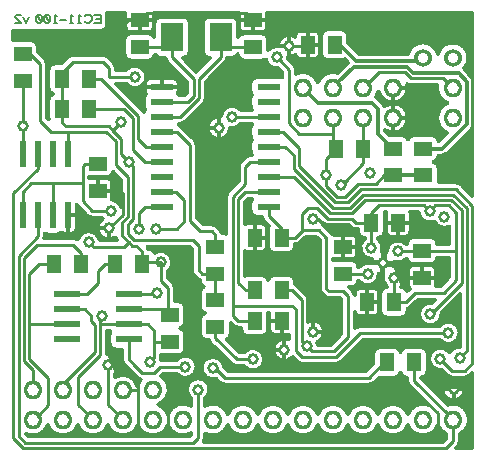
<source format=gbr>
G04 GENERATED BY PULSONIX 7.6 GERBER.DLL 5220*
%INSTM100_V2*%
%LNBOTTOM*%
%FSLAX35Y35*%
%IPPOS*%
%LPD*%
%OFA0B0*%
%MOMM*%
%ADD10C,0.30480*%
%ADD20C,0.30000*%
%ADD21C,0.26000*%
%ADD25R,1.50000X1.20000*%
%ADD26R,1.20000X1.50000*%
%ADD79R,1.98000X0.56000*%
%ADD134R,0.60000X2.20000*%
%ADD149C,1.52400X0.90000*%
%ADD150O,1.60000X1.60000X1.00000*%
%ADD151O,1.60000X1.60000X1.00000*%
%ADD162R,2.20000X0.60000*%
%ADD174C,1.00000X0.50000*%
%ADD254R,1.90000X2.40000*%
%ADD285C,0.15000*%
X0Y0D02*
D02*
D10*
X172720Y3625172D02*
G75*
G02X175240Y3625230I2531J-55182D01*
G01*
X325240*
G75*
G02X380480Y3569990J-55240*
G01*
Y3525647*
X440705Y3465423*
G75*
G02X457880Y3423958I-41465J-41465*
G01*
Y2970530*
X470404Y2958006*
G75*
G02X469250Y2969240I54086J11232*
G01*
Y3119240*
G75*
G02X508919Y3172240I55240*
G01*
G75*
G02X469250Y3225240I15571J53000*
G01*
Y3375240*
G75*
G02X524490Y3430480I55240*
G01*
X582116*
X639058Y3487422*
G75*
G02X680240Y3504480I41182J-41182*
G01*
X929240*
G75*
G02X970422Y3487422J-58240*
G01*
X1021422Y3436422*
G75*
G02X1038480Y3395240I-41182J-41182*
G01*
Y3375230*
X1127507*
G75*
G02X1291186Y3281352I75358J-58240*
G01*
G75*
G02X1330932Y3304984I39746J-21608*
G01*
X1528932*
G75*
G02X1574172Y3259744J-45240*
G01*
Y3203744*
G75*
G02X1564332Y3175575I-45240*
G01*
G75*
G02X1575348Y3163252I-35212J-42563*
G01*
X1623888*
X1642000Y3181364*
Y3276116*
X1475799Y3442317*
G75*
G02X1459119Y3476876I41182J41182*
G01*
X1421981*
G75*
G02X1372411Y3507738J55240*
G01*
G75*
G02X1317240Y3455250I-55171J2752*
G01*
X1167240*
G75*
G02X1112000Y3510490J55240*
G01*
Y3630490*
G75*
G02X1167240Y3685730I55240*
G01*
X1317240*
G75*
G02X1366741Y3655008J-55240*
G01*
Y3772116*
G75*
G02X1421981Y3827356I55240*
G01*
X1611981*
G75*
G02X1667221Y3772116J-55240*
G01*
Y3532116*
G75*
G02X1611981Y3476876I-55240*
G01*
X1605968*
X1722621Y3360223*
X1839274Y3476876*
X1832003*
G75*
G02X1776763Y3532116J55240*
G01*
Y3772116*
G75*
G02X1832003Y3827356I55240*
G01*
X2022003*
G75*
G02X2077243Y3772116J-55240*
G01*
Y3653980*
G75*
G02X2127240Y3685730I49997J-23490*
G01*
X2277240*
G75*
G02X2332480Y3630490J-55240*
G01*
Y3546542*
G75*
G02X2410192Y3577856I70824J-63677*
G01*
G75*
G02X2410188Y3578678I95235J874*
G01*
G75*
G02X2559250Y3657252I95240*
G01*
Y3663240*
G75*
G02X2604490Y3708480I45240*
G01*
X2724490*
G75*
G02X2769730Y3663240J-45240*
G01*
Y3513240*
G75*
G02X2724490Y3468000I-45240*
G01*
X2604490*
G75*
G02X2560871Y3501239J45240*
G01*
G75*
G02X2498539Y3483687I-55443J77439*
G01*
G75*
G02X2498543Y3482865I-95235J-874*
G01*
G75*
G02X2497771Y3470761I-95240J-2*
G01*
X2548422Y3420110*
G75*
G02X2565480Y3378928I-41182J-41182*
G01*
Y3345048*
G75*
G02X2751240Y3269725I58760J-121808*
G01*
G75*
G02X2920838Y3351596I127000J-46485*
G01*
X3005765Y3436523*
X2977857Y3464431*
G75*
G02X2951990Y3458000I-25868J48809*
G01*
X2831990*
G75*
G02X2776750Y3513240J55240*
G01*
Y3663240*
G75*
G02X2831990Y3718480I55240*
G01*
X2951990*
G75*
G02X3007230Y3663240J-55240*
G01*
Y3605442*
X3099192Y3513480*
X3513895*
G75*
G02X3767240Y3511114I126345J-36240*
G01*
G75*
G02X4025680Y3477240I127000J-33874*
G01*
G75*
G02X3991322Y3388631I-131440*
G01*
X4056183Y3309315*
G75*
G02X4057760Y3307301I-46946J-38384*
G01*
Y3857760*
X2322480*
Y3737990*
G75*
G02X2277240Y3692750I-45240*
G01*
X2127240*
G75*
G02X2082000Y3737990J45240*
G01*
Y3857760*
X1362480*
Y3737990*
G75*
G02X1317240Y3692750I-45240*
G01*
X1167240*
G75*
G02X1122000Y3737990J45240*
G01*
Y3857760*
X964537*
Y3749125*
G75*
G02X923897Y3708485I-40640*
G01*
X172720*
Y3625172*
G36*
G75*
G02X175240Y3625230I2531J-55182*
G01*
X325240*
G75*
G02X380480Y3569990J-55240*
G01*
Y3525647*
X440705Y3465423*
G75*
G02X457880Y3423958I-41465J-41465*
G01*
Y2970530*
X470404Y2958006*
G75*
G02X469250Y2969240I54086J11232*
G01*
Y3119240*
G75*
G02X508919Y3172240I55240*
G01*
G75*
G02X469250Y3225240I15571J53000*
G01*
Y3375240*
G75*
G02X524490Y3430480I55240*
G01*
X582116*
X639058Y3487422*
G75*
G02X680240Y3504480I41182J-41182*
G01*
X929240*
G75*
G02X970422Y3487422J-58240*
G01*
X1021422Y3436422*
G75*
G02X1038480Y3395240I-41182J-41182*
G01*
Y3375230*
X1127507*
G75*
G02X1291186Y3281352I75358J-58240*
G01*
G75*
G02X1330932Y3304984I39746J-21608*
G01*
X1528932*
G75*
G02X1574172Y3259744J-45240*
G01*
Y3203744*
G75*
G02X1564332Y3175575I-45240*
G01*
G75*
G02X1575348Y3163252I-35212J-42563*
G01*
X1623888*
X1642000Y3181364*
Y3276116*
X1475799Y3442317*
G75*
G02X1459119Y3476876I41182J41182*
G01*
X1421981*
G75*
G02X1372411Y3507738J55240*
G01*
G75*
G02X1317240Y3455250I-55171J2752*
G01*
X1167240*
G75*
G02X1112000Y3510490J55240*
G01*
Y3630490*
G75*
G02X1167240Y3685730I55240*
G01*
X1317240*
G75*
G02X1366741Y3655008J-55240*
G01*
Y3772116*
G75*
G02X1421981Y3827356I55240*
G01*
X1611981*
G75*
G02X1667221Y3772116J-55240*
G01*
Y3532116*
G75*
G02X1611981Y3476876I-55240*
G01*
X1605968*
X1722621Y3360223*
X1839274Y3476876*
X1832003*
G75*
G02X1776763Y3532116J55240*
G01*
Y3772116*
G75*
G02X1832003Y3827356I55240*
G01*
X2022003*
G75*
G02X2077243Y3772116J-55240*
G01*
Y3653980*
G75*
G02X2127240Y3685730I49997J-23490*
G01*
X2277240*
G75*
G02X2332480Y3630490J-55240*
G01*
Y3546542*
G75*
G02X2410192Y3577856I70824J-63677*
G01*
G75*
G02X2410188Y3578678I95235J874*
G01*
G75*
G02X2559250Y3657252I95240*
G01*
Y3663240*
G75*
G02X2604490Y3708480I45240*
G01*
X2724490*
G75*
G02X2769730Y3663240J-45240*
G01*
Y3513240*
G75*
G02X2724490Y3468000I-45240*
G01*
X2604490*
G75*
G02X2560871Y3501239J45240*
G01*
G75*
G02X2498539Y3483687I-55443J77439*
G01*
G75*
G02X2498543Y3482865I-95235J-874*
G01*
G75*
G02X2497771Y3470761I-95240J-2*
G01*
X2548422Y3420110*
G75*
G02X2565480Y3378928I-41182J-41182*
G01*
Y3345048*
G75*
G02X2751240Y3269725I58760J-121808*
G01*
G75*
G02X2920838Y3351596I127000J-46485*
G01*
X3005765Y3436523*
X2977857Y3464431*
G75*
G02X2951990Y3458000I-25868J48809*
G01*
X2831990*
G75*
G02X2776750Y3513240J55240*
G01*
Y3663240*
G75*
G02X2831990Y3718480I55240*
G01*
X2951990*
G75*
G02X3007230Y3663240J-55240*
G01*
Y3605442*
X3099192Y3513480*
X3513895*
G75*
G02X3767240Y3511114I126345J-36240*
G01*
G75*
G02X4025680Y3477240I127000J-33874*
G01*
G75*
G02X3991322Y3388631I-131440*
G01*
X4056183Y3309315*
G75*
G02X4057760Y3307301I-46946J-38384*
G01*
Y3857760*
X2322480*
Y3737990*
G75*
G02X2277240Y3692750I-45240*
G01*
X2127240*
G75*
G02X2082000Y3737990J45240*
G01*
Y3857760*
X1362480*
Y3737990*
G75*
G02X1317240Y3692750I-45240*
G01*
X1167240*
G75*
G02X1122000Y3737990J45240*
G01*
Y3857760*
X964537*
Y3749125*
G75*
G02X923897Y3708485I-40640*
G01*
X172720*
Y3625172*
G37*
X280848Y292290D02*
X298418Y274720D01*
X1666356*
X1679000Y287364*
Y299497*
G75*
G02X1481240Y368263I-70760J115251*
G01*
G75*
G02X1227240I-127000J46485*
G01*
G75*
G02X973240I-127000J46485*
G01*
G75*
G02X719240I-127000J46485*
G01*
G75*
G02X465240I-127000J46485*
G01*
G75*
G02X280848Y292290I-127000J46485*
G01*
G36*
X298418Y274720*
X1666356*
X1679000Y287364*
Y299497*
G75*
G02X1481240Y368263I-70760J115251*
G01*
G75*
G02X1227240I-127000J46485*
G01*
G75*
G02X973240I-127000J46485*
G01*
G75*
G02X719240I-127000J46485*
G01*
G75*
G02X465240I-127000J46485*
G01*
G75*
G02X280848Y292290I-127000J46485*
G01*
G37*
X435224Y1952360D02*
X681740D01*
G75*
G02X718205Y1939531I-1J-58240*
G01*
G75*
G02X903037Y1938480I92285J-23541*
G01*
X1045998*
G75*
G02X1037836Y1958842I49389J31614*
G01*
G75*
G02X885063Y2034740I-57533J75898*
G01*
G75*
G02X929386Y2115227I95240*
G01*
G75*
G02X920570Y2125125I66539J68141*
G01*
X839865*
G75*
G02X798683Y2142183J58240*
G01*
X717058Y2223808*
G75*
G02X707980Y2235565I41182J41182*
G01*
Y2034246*
G75*
G02X662740Y1989006I-45240*
G01*
X602740*
G75*
G02X576739Y1997225I1J45240*
G01*
G75*
G02X535740Y1979006I-40999J37021*
G01*
X475740*
G75*
G02X442240Y1990323J55240*
G01*
G75*
G02X436980Y1986770I-33499J43924*
G01*
Y1966554*
G75*
G02X435224Y1952360I-58240*
G01*
G36*
X681740*
G75*
G02X718205Y1939531I-1J-58240*
G01*
G75*
G02X903037Y1938480I92285J-23541*
G01*
X1045998*
G75*
G02X1037836Y1958842I49389J31614*
G01*
G75*
G02X885063Y2034740I-57533J75898*
G01*
G75*
G02X929386Y2115227I95240*
G01*
G75*
G02X920570Y2125125I66539J68141*
G01*
X839865*
G75*
G02X798683Y2142183J58240*
G01*
X717058Y2223808*
G75*
G02X707980Y2235565I41182J41182*
G01*
Y2034246*
G75*
G02X662740Y1989006I-45240*
G01*
X602740*
G75*
G02X576739Y1997225I1J45240*
G01*
G75*
G02X535740Y1979006I-40999J37021*
G01*
X475740*
G75*
G02X442240Y1990323J55240*
G01*
G75*
G02X436980Y1986770I-33499J43924*
G01*
Y1966554*
G75*
G02X435224Y1952360I-58240*
G01*
G37*
X816480Y2459730D02*
X965240D01*
G75*
G02X1010480Y2414490J-45240*
G01*
Y2294490*
G75*
G02X1007336Y2277919I-45240*
G01*
G75*
G02X1084538Y2218278I-11408J-94554*
G01*
Y2446513*
X1019487Y2511563*
G75*
G02X965240Y2466750I-54247J10427*
G01*
X816480*
Y2459730*
G36*
X965240*
G75*
G02X1010480Y2414490J-45240*
G01*
Y2294490*
G75*
G02X1007336Y2277919I-45240*
G01*
G75*
G02X1084538Y2218278I-11408J-94554*
G01*
Y2446513*
X1019487Y2511563*
G75*
G02X965240Y2466750I-54247J10427*
G01*
X816480*
Y2459730*
G37*
X966480Y971057D02*
G75*
G02X1031418Y800695I6698J-95004D01*
G01*
Y773876*
G75*
G02X1222112Y698087I68821J-104636*
G01*
G75*
G02X1249629Y754951I132128J-28848*
G01*
G75*
G02X1224308Y769808I15861J56039*
G01*
X1109052Y885064*
G75*
G02X1091994Y926246I41182J41182*
G01*
Y1008500*
X1040234*
G75*
G02X984994Y1063740J55240*
G01*
Y1123740*
G75*
G02X996311Y1157240I55240*
G01*
G75*
G02X992758Y1162500I43924J33499*
G01*
X966480*
Y971057*
G36*
G75*
G02X1031418Y800695I6698J-95004*
G01*
Y773876*
G75*
G02X1222112Y698087I68821J-104636*
G01*
G75*
G02X1249629Y754951I132128J-28848*
G01*
G75*
G02X1224308Y769808I15861J56039*
G01*
X1109052Y885064*
G75*
G02X1091994Y926246I41182J41182*
G01*
Y1008500*
X1040234*
G75*
G02X984994Y1063740J55240*
G01*
Y1123740*
G75*
G02X996311Y1157240I55240*
G01*
G75*
G02X992758Y1162500I43924J33499*
G01*
X966480*
Y971057*
G37*
X1039276Y3258750D02*
X1269705Y3028320D01*
G75*
G02X1277390Y3018839I-41465J-41465*
G01*
G75*
G02X1288797Y3041512I53730J-12826*
G01*
G75*
G02X1275880Y3077012I42323J35500*
G01*
Y3133012*
G75*
G02X1295682Y3175387I55240*
G01*
G75*
G02X1285692Y3203744I35250J28357*
G01*
Y3259744*
G75*
G02X1288323Y3274948I45240J1*
G01*
G75*
G02X1127507Y3258750I-85458J42042*
G01*
X1039276*
G36*
X1269705Y3028320*
G75*
G02X1277390Y3018839I-41465J-41465*
G01*
G75*
G02X1288797Y3041512I53730J-12826*
G01*
G75*
G02X1275880Y3077012I42323J35500*
G01*
Y3133012*
G75*
G02X1295682Y3175387I55240*
G01*
G75*
G02X1285692Y3203744I35250J28357*
G01*
Y3259744*
G75*
G02X1288323Y3274948I45240J1*
G01*
G75*
G02X1127507Y3258750I-85458J42042*
G01*
X1039276*
G37*
X1093240Y888240D02*
G75*
G03Y838240J-25000D01*
G01*
G75*
G03Y888240J25000*
G01*
G36*
G75*
G03Y838240J-25000*
G01*
G75*
G03Y888240J25000*
G01*
G37*
X1308388Y1875600D02*
G75*
G02X1315117Y1862480I-48399J-33108D01*
G01*
X1319990*
G75*
G02X1371622Y1826875J-55240*
G01*
G75*
G02X1483628Y1673009I52806J-79260*
G01*
Y1611912*
X1525270Y1570270*
G75*
G02X1542680Y1528240I-42030J-42031*
G01*
Y1417230*
X1573240*
G75*
G02X1628480Y1361990J-55240*
G01*
Y1241990*
G75*
G02X1585983Y1188240I-55240*
G01*
G75*
G02X1628480Y1134490I-12743J-53750*
G01*
Y1014490*
G75*
G02X1573240Y959250I-55240*
G01*
X1425480*
Y945740*
G75*
G02X1420072Y921230I-58240J-1*
G01*
X1554695*
G75*
G02X1725293Y862990I75358J-58240*
G01*
G75*
G02X1554695Y804750I-95240*
G01*
X1440197*
X1421828Y786381*
G75*
G02X1400047Y541994I-67588J-117140*
G01*
G75*
G02X1481240Y461233I-45807J-127246*
G01*
G75*
G02X1679000Y529999I127000J-46485*
G01*
Y593820*
G75*
G02X1642000Y669178I58240J75358*
G01*
G75*
G02X1832480I95240*
G01*
G75*
G02X1795480Y593820I-95240*
G01*
Y532362*
G75*
G02X1989240Y461233I66760J-117614*
G01*
G75*
G02X2243240I127000J-46485*
G01*
G75*
G02X2497240I127000J-46485*
G01*
G75*
G02X2751240I127000J-46485*
G01*
G75*
G02X3005240I127000J-46485*
G01*
G75*
G02X3259240I127000J-46485*
G01*
G75*
G02X3513240I127000J-46485*
G01*
G75*
G02X3683866Y542758I127000J-46485*
G01*
X3522808Y703816*
G75*
G02X3505750Y744998I41182J41182*
G01*
Y770000*
X3503990*
G75*
G02X3450240Y812497J55240*
G01*
G75*
G02X3396490Y770000I-53750J12743*
G01*
X3276490*
G75*
G02X3267372Y770758I2J55240*
G01*
X3224672Y728058*
G75*
G02X3183490Y711000I-41182J41182*
G01*
X1966553*
G75*
G02X1925371Y728058J58240*
G01*
X1892011Y761418*
G75*
G02X1766750Y851803I-30021J90385*
G01*
G75*
G02X1956744Y861413I95240*
G01*
X1990677Y827480*
X3159366*
X3221250Y889364*
Y975240*
G75*
G02X3276490Y1030480I55240*
G01*
X3396490*
G75*
G02X3450240Y987983J-55240*
G01*
G75*
G02X3503990Y1030480I53750J-12743*
G01*
X3623990*
G75*
G02X3679230Y975240J-55240*
G01*
Y825240*
G75*
G02X3623990Y770000I-55240*
G01*
X3622230*
Y769122*
X3849115Y542237*
G75*
G02X3952480Y292691I45125J-127489*
G01*
Y230240*
G75*
G02X3935422Y189058I-58240*
G01*
X3919084Y172720*
X4057760*
Y809330*
X4036643Y788213*
G75*
G02X3995178Y771038I-41465J41465*
G01*
X3888115*
G75*
G02X3846650Y788213J58640*
G01*
X3798529Y836334*
G75*
G02X3691688Y930865I-11601J94531*
G01*
G75*
G02X3866512Y983182I95240*
G01*
G75*
G02X3955760Y1032754I83666J-45504*
G01*
Y1480833*
X3798021Y1323094*
G75*
G02X3798793Y1310990I-94468J-12102*
G01*
G75*
G02X3608313I-95240*
G01*
G75*
G02X3715657Y1405458I95240*
G01*
X3741199Y1431000*
X3598364*
X3534922Y1367558*
G75*
G02X3510042Y1352828I-41182J41182*
G01*
Y1333740*
G75*
G02X3454802Y1278500I-55240*
G01*
X3334802*
G75*
G02X3279562Y1333740J55240*
G01*
Y1483740*
G75*
G02X3334802Y1538980I55240*
G01*
X3337687*
Y1539319*
G75*
G02X3306584Y1647670I58240J75358*
G01*
G75*
G02X3266934Y1653334I-6658J95007*
G01*
G75*
G02X3096569Y1588437I-95007J-6657*
G01*
X3094351*
G75*
G02X3039115Y1533875I-55236J678*
G01*
X3012377*
X3046110Y1500142*
G75*
G02X3062062Y1470256I-41182J-41182*
G01*
Y1483740*
G75*
G02X3107302Y1528980I45240*
G01*
X3227302*
G75*
G02X3272542Y1483740J-45240*
G01*
Y1333740*
G75*
G02X3227302Y1288500I-45240*
G01*
X3107302*
G75*
G02X3063168Y1323798J45240*
G01*
Y1187853*
X3066987Y1191672*
G75*
G02X3108169Y1208730I41182J-41182*
G01*
X3780507*
G75*
G02X3951105Y1150490I75358J-58240*
G01*
G75*
G02X3780507Y1092250I-95240*
G01*
X3132293*
X2944101Y904058*
G75*
G02X2902919Y887000I-41182J41182*
G01*
X2616708*
G75*
G02X2575526Y904058J58240*
G01*
X2536806Y942778*
G75*
G02X2371000Y1006740I-70566J63962*
G01*
G75*
G02X2504000Y1094175I95240*
G01*
Y1132000*
G75*
G02X2503990I-5J45257*
G01*
X2383990*
G75*
G02X2338750Y1177240J45240*
G01*
Y1320000*
X2331730*
Y1177240*
G75*
G02X2276490Y1122000I-55240*
G01*
X2156490*
G75*
G02X2101250Y1177240J55240*
G01*
Y1194000*
X2073240*
G75*
G02X2032058Y1211058J58240*
G01*
X2012480Y1230636*
Y1142490*
G75*
G02X1979054Y1091740I-55240*
G01*
X2087126Y983668*
X2126882*
G75*
G02X2297480Y925428I75358J-58240*
G01*
G75*
G02X2126882Y867188I-95240*
G01*
X2063002*
G75*
G02X2021820Y884246J58240*
G01*
X1841058Y1065008*
G75*
G02X1827166Y1087250I41182J41181*
G01*
X1807240*
G75*
G02X1752000Y1142490J55240*
G01*
Y1262490*
G75*
G02X1794497Y1316240I55240*
G01*
G75*
G02X1752000Y1369990I12743J53750*
G01*
Y1489990*
G75*
G02X1784297Y1540240I55240*
G01*
G75*
G02X1752000Y1590490I22943J50250*
G01*
Y1594072*
G75*
G02X1726525Y1609025I15990J56418*
G01*
X1698775Y1636775*
G75*
G02X1681600Y1678240I41465J41465*
G01*
Y1861950*
X1667950Y1875600*
X1308388*
X3804375Y673365D02*
G75*
G02X3994855I95240D01*
G01*
G75*
G02X3804375I-95240*
G01*
X3717987D02*
G36*
X3849115Y542237D01*
G75*
G02X3952480Y292691I45125J-127489*
G01*
Y230240*
G75*
G02X3935422Y189058I-58240*
G01*
X3919084Y172720*
X4057760*
Y673365*
X3994855*
G75*
G02X3804375I-95240*
G01*
X3717987*
G37*
G36*
X3849115Y542237*
G75*
G02X3952480Y292691I45125J-127489*
G01*
Y230240*
G75*
G02X3935422Y189058I-58240*
G01*
X3919084Y172720*
X4057760*
Y673365*
X3994855*
G75*
G02X3804375I-95240*
G01*
X3717987*
G37*
X3804375D02*
G36*
G75*
G02X3994855I95240D01*
G01*
X4057760*
Y809330*
X4036643Y788213*
G75*
G02X3995178Y771038I-41465J41465*
G01*
X3888115*
G75*
G02X3846650Y788213J58640*
G01*
X3798529Y836334*
G75*
G02X3691688Y930865I-11601J94531*
G01*
G75*
G02X3866512Y983182I95240*
G01*
G75*
G02X3955760Y1032754I83666J-45504*
G01*
Y1480833*
X3798021Y1323094*
G75*
G02X3798793Y1310990I-94468J-12102*
G01*
G75*
G02X3608313I-95240*
G01*
G75*
G02X3715657Y1405458I95240*
G01*
X3741199Y1431000*
X3598364*
X3534922Y1367558*
G75*
G02X3510042Y1352828I-41182J41182*
G01*
Y1333740*
G75*
G02X3454802Y1278500I-55240*
G01*
X3334802*
G75*
G02X3279562Y1333740J55240*
G01*
Y1483740*
G75*
G02X3334802Y1538980I55240*
G01*
X3337687*
Y1539319*
G75*
G02X3306584Y1647670I58240J75358*
G01*
G75*
G02X3266934Y1653334I-6658J95007*
G01*
G75*
G02X3096569Y1588437I-95007J-6657*
G01*
X3094351*
G75*
G02X3039115Y1533875I-55236J678*
G01*
X3012377*
X3046110Y1500142*
G75*
G02X3062062Y1470256I-41182J-41182*
G01*
Y1483740*
G75*
G02X3107302Y1528980I45240*
G01*
X3227302*
G75*
G02X3272542Y1483740J-45240*
G01*
Y1333740*
G75*
G02X3227302Y1288500I-45240*
G01*
X3107302*
G75*
G02X3063168Y1323798J45240*
G01*
Y1187853*
X3066987Y1191672*
G75*
G02X3108169Y1208730I41182J-41182*
G01*
X3780507*
G75*
G02X3951105Y1150490I75358J-58240*
G01*
G75*
G02X3780507Y1092250I-95240*
G01*
X3132293*
X2944101Y904058*
G75*
G02X2902919Y887000I-41182J41182*
G01*
X2616708*
G75*
G02X2575526Y904058J58240*
G01*
X2536806Y942778*
G75*
G02X2371000Y1006740I-70566J63962*
G01*
G75*
G02X2504000Y1094175I95240*
G01*
Y1132000*
X2383990*
G75*
G02X2338750Y1177240J45240*
G01*
Y1320000*
X2331730*
Y1177240*
G75*
G02X2276490Y1122000I-55240*
G01*
X2156490*
G75*
G02X2101250Y1177240J55240*
G01*
Y1194000*
X2073240*
G75*
G02X2032058Y1211058J58240*
G01*
X2012480Y1230636*
Y1142490*
G75*
G02X1979054Y1091740I-55240*
G01*
X2087126Y983668*
X2126882*
G75*
G02X2297480Y925428I75358J-58240*
G01*
G75*
G02X2126882Y867188I-95240*
G01*
X2063002*
G75*
G02X2021820Y884246J58240*
G01*
X1841058Y1065008*
G75*
G02X1827166Y1087250I41182J41181*
G01*
X1807240*
G75*
G02X1752000Y1142490J55240*
G01*
Y1262490*
G75*
G02X1794497Y1316240I55240*
G01*
G75*
G02X1752000Y1369990I12743J53750*
G01*
Y1489990*
G75*
G02X1784297Y1540240I55240*
G01*
G75*
G02X1752000Y1590490I22943J50250*
G01*
Y1594072*
G75*
G02X1726525Y1609025I15990J56418*
G01*
X1698775Y1636775*
G75*
G02X1681600Y1678240I41465J41465*
G01*
Y1861950*
X1667950Y1875600*
X1308388*
G75*
G02X1315117Y1862480I-48399J-33108*
G01*
X1319990*
G75*
G02X1371622Y1826875J-55240*
G01*
G75*
G02X1483628Y1673009I52806J-79260*
G01*
Y1611912*
X1525270Y1570270*
G75*
G02X1542680Y1528240I-42030J-42031*
G01*
Y1417230*
X1573240*
G75*
G02X1628480Y1361990J-55240*
G01*
Y1241990*
G75*
G02X1585983Y1188240I-55240*
G01*
G75*
G02X1628480Y1134490I-12743J-53750*
G01*
Y1014490*
G75*
G02X1573240Y959250I-55240*
G01*
X1425480*
Y945740*
G75*
G02X1420072Y921230I-58240J-1*
G01*
X1554695*
G75*
G02X1725293Y862990I75358J-58240*
G01*
G75*
G02X1554695Y804750I-95240*
G01*
X1440197*
X1421828Y786381*
G75*
G02X1400047Y541994I-67588J-117140*
G01*
G75*
G02X1481240Y461233I-45807J-127246*
G01*
G75*
G02X1679000Y529999I127000J-46485*
G01*
Y593820*
G75*
G02X1642000Y669178I58240J75358*
G01*
G75*
G02X1832480I95240*
G01*
G75*
G02X1795480Y593820I-95240*
G01*
Y532362*
G75*
G02X1989240Y461233I66760J-117614*
G01*
G75*
G02X2243240I127000J-46485*
G01*
G75*
G02X2497240I127000J-46485*
G01*
G75*
G02X2751240I127000J-46485*
G01*
G75*
G02X3005240I127000J-46485*
G01*
G75*
G02X3259240I127000J-46485*
G01*
G75*
G02X3513240I127000J-46485*
G01*
G75*
G02X3683866Y542758I127000J-46485*
G01*
X3522808Y703816*
G75*
G02X3505750Y744998I41182J41182*
G01*
Y770000*
X3503990*
G75*
G02X3450240Y812497J55240*
G01*
G75*
G02X3396490Y770000I-53750J12743*
G01*
X3276490*
G75*
G02X3267372Y770758I2J55240*
G01*
X3224672Y728058*
G75*
G02X3183490Y711000I-41182J41182*
G01*
X1966553*
G75*
G02X1925371Y728058J58240*
G01*
X1892011Y761418*
G75*
G02X1766750Y851803I-30021J90385*
G01*
G75*
G02X1956744Y861413I95240*
G01*
X1990677Y827480*
X3159366*
X3221250Y889364*
Y975240*
G75*
G02X3276490Y1030480I55240*
G01*
X3396490*
G75*
G02X3450240Y987983J-55240*
G01*
G75*
G02X3503990Y1030480I53750J-12743*
G01*
X3623990*
G75*
G02X3679230Y975240J-55240*
G01*
Y825240*
G75*
G02X3623990Y770000I-55240*
G01*
X3622230*
Y769122*
X3717987Y673365*
X3804375*
G37*
G36*
G75*
G02X3994855I95240*
G01*
X4057760*
Y809330*
X4036643Y788213*
G75*
G02X3995178Y771038I-41465J41465*
G01*
X3888115*
G75*
G02X3846650Y788213J58640*
G01*
X3798529Y836334*
G75*
G02X3691688Y930865I-11601J94531*
G01*
G75*
G02X3866512Y983182I95240*
G01*
G75*
G02X3955760Y1032754I83666J-45504*
G01*
Y1480833*
X3798021Y1323094*
G75*
G02X3798793Y1310990I-94468J-12102*
G01*
G75*
G02X3608313I-95240*
G01*
G75*
G02X3715657Y1405458I95240*
G01*
X3741199Y1431000*
X3598364*
X3534922Y1367558*
G75*
G02X3510042Y1352828I-41182J41182*
G01*
Y1333740*
G75*
G02X3454802Y1278500I-55240*
G01*
X3334802*
G75*
G02X3279562Y1333740J55240*
G01*
Y1483740*
G75*
G02X3334802Y1538980I55240*
G01*
X3337687*
Y1539319*
G75*
G02X3306584Y1647670I58240J75358*
G01*
G75*
G02X3266934Y1653334I-6658J95007*
G01*
G75*
G02X3096569Y1588437I-95007J-6657*
G01*
X3094351*
G75*
G02X3039115Y1533875I-55236J678*
G01*
X3012377*
X3046110Y1500142*
G75*
G02X3062062Y1470256I-41182J-41182*
G01*
Y1483740*
G75*
G02X3107302Y1528980I45240*
G01*
X3227302*
G75*
G02X3272542Y1483740J-45240*
G01*
Y1333740*
G75*
G02X3227302Y1288500I-45240*
G01*
X3107302*
G75*
G02X3063168Y1323798J45240*
G01*
Y1187853*
X3066987Y1191672*
G75*
G02X3108169Y1208730I41182J-41182*
G01*
X3780507*
G75*
G02X3951105Y1150490I75358J-58240*
G01*
G75*
G02X3780507Y1092250I-95240*
G01*
X3132293*
X2944101Y904058*
G75*
G02X2902919Y887000I-41182J41182*
G01*
X2616708*
G75*
G02X2575526Y904058J58240*
G01*
X2536806Y942778*
G75*
G02X2371000Y1006740I-70566J63962*
G01*
G75*
G02X2504000Y1094175I95240*
G01*
Y1132000*
X2383990*
G75*
G02X2338750Y1177240J45240*
G01*
Y1320000*
X2331730*
Y1177240*
G75*
G02X2276490Y1122000I-55240*
G01*
X2156490*
G75*
G02X2101250Y1177240J55240*
G01*
Y1194000*
X2073240*
G75*
G02X2032058Y1211058J58240*
G01*
X2012480Y1230636*
Y1142490*
G75*
G02X1979054Y1091740I-55240*
G01*
X2087126Y983668*
X2126882*
G75*
G02X2297480Y925428I75358J-58240*
G01*
G75*
G02X2126882Y867188I-95240*
G01*
X2063002*
G75*
G02X2021820Y884246J58240*
G01*
X1841058Y1065008*
G75*
G02X1827166Y1087250I41182J41181*
G01*
X1807240*
G75*
G02X1752000Y1142490J55240*
G01*
Y1262490*
G75*
G02X1794497Y1316240I55240*
G01*
G75*
G02X1752000Y1369990I12743J53750*
G01*
Y1489990*
G75*
G02X1784297Y1540240I55240*
G01*
G75*
G02X1752000Y1590490I22943J50250*
G01*
Y1594072*
G75*
G02X1726525Y1609025I15990J56418*
G01*
X1698775Y1636775*
G75*
G02X1681600Y1678240I41465J41465*
G01*
Y1861950*
X1667950Y1875600*
X1308388*
G75*
G02X1315117Y1862480I-48399J-33108*
G01*
X1319990*
G75*
G02X1371622Y1826875J-55240*
G01*
G75*
G02X1483628Y1673009I52806J-79260*
G01*
Y1611912*
X1525270Y1570270*
G75*
G02X1542680Y1528240I-42030J-42031*
G01*
Y1417230*
X1573240*
G75*
G02X1628480Y1361990J-55240*
G01*
Y1241990*
G75*
G02X1585983Y1188240I-55240*
G01*
G75*
G02X1628480Y1134490I-12743J-53750*
G01*
Y1014490*
G75*
G02X1573240Y959250I-55240*
G01*
X1425480*
Y945740*
G75*
G02X1420072Y921230I-58240J-1*
G01*
X1554695*
G75*
G02X1725293Y862990I75358J-58240*
G01*
G75*
G02X1554695Y804750I-95240*
G01*
X1440197*
X1421828Y786381*
G75*
G02X1400047Y541994I-67588J-117140*
G01*
G75*
G02X1481240Y461233I-45807J-127246*
G01*
G75*
G02X1679000Y529999I127000J-46485*
G01*
Y593820*
G75*
G02X1642000Y669178I58240J75358*
G01*
G75*
G02X1832480I95240*
G01*
G75*
G02X1795480Y593820I-95240*
G01*
Y532362*
G75*
G02X1989240Y461233I66760J-117614*
G01*
G75*
G02X2243240I127000J-46485*
G01*
G75*
G02X2497240I127000J-46485*
G01*
G75*
G02X2751240I127000J-46485*
G01*
G75*
G02X3005240I127000J-46485*
G01*
G75*
G02X3259240I127000J-46485*
G01*
G75*
G02X3513240I127000J-46485*
G01*
G75*
G02X3683866Y542758I127000J-46485*
G01*
X3522808Y703816*
G75*
G02X3505750Y744998I41182J41182*
G01*
Y770000*
X3503990*
G75*
G02X3450240Y812497J55240*
G01*
G75*
G02X3396490Y770000I-53750J12743*
G01*
X3276490*
G75*
G02X3267372Y770758I2J55240*
G01*
X3224672Y728058*
G75*
G02X3183490Y711000I-41182J41182*
G01*
X1966553*
G75*
G02X1925371Y728058J58240*
G01*
X1892011Y761418*
G75*
G02X1766750Y851803I-30021J90385*
G01*
G75*
G02X1956744Y861413I95240*
G01*
X1990677Y827480*
X3159366*
X3221250Y889364*
Y975240*
G75*
G02X3276490Y1030480I55240*
G01*
X3396490*
G75*
G02X3450240Y987983J-55240*
G01*
G75*
G02X3503990Y1030480I53750J-12743*
G01*
X3623990*
G75*
G02X3679230Y975240J-55240*
G01*
Y825240*
G75*
G02X3623990Y770000I-55240*
G01*
X3622230*
Y769122*
X3717987Y673365*
X3804375*
G37*
X1571443Y2914512D02*
G75*
G02X1578378Y2904015I-42323J-35500D01*
G01*
G75*
G02X1595422Y2892194I-24139J-53002*
G01*
X1708422Y2779194*
G75*
G02X1725480Y2738012I-41182J-41182*
G01*
Y2120364*
X1777364Y2068480*
X1852240*
G75*
G02X1893422Y2051422J-58240*
G01*
X1923422Y2021422*
G75*
G02X1939013Y1993230I-41182J-41182*
G01*
X1957240*
G75*
G02X1974000Y1990626J-55240*
G01*
Y2302294*
G75*
G02X1991058Y2343476I58240*
G01*
X2079000Y2431418*
Y2556240*
G75*
G02X2096058Y2597422I58240*
G01*
X2136830Y2638194*
G75*
G02X2178012Y2655252I41182J-41182*
G01*
X2189132*
G75*
G02X2193037Y2660512I46228J-30240*
G01*
G75*
G02X2180120Y2696012I42323J35500*
G01*
Y2752012*
G75*
G02X2193037Y2787512I55240*
G01*
G75*
G02X2180120Y2823012I42323J35500*
G01*
Y2879012*
G75*
G02X2193037Y2914512I55240*
G01*
G75*
G02X2189132Y2919772I42323J35500*
G01*
X2099336*
G75*
G02X2007203Y2884094I-75471J58093*
G01*
G75*
G02X1816750Y2886365I-95213J2271*
G01*
G75*
G02X1928652Y2980136I95240*
G01*
G75*
G02X2099109Y3036252I95213J-2271*
G01*
X2189132*
G75*
G02X2193037Y3041512I46228J-30240*
G01*
G75*
G02X2180120Y3077012I42323J35500*
G01*
Y3133012*
G75*
G02X2192655Y3168051I55240*
G01*
G75*
G02X2179575Y3203744I42160J35693*
G01*
Y3259744*
G75*
G02X2234815Y3314984I55240*
G01*
X2432815*
G75*
G02X2449000Y3312560I1J-55240*
G01*
Y3354804*
X2415407Y3388397*
G75*
G02X2309617Y3465733I-12104J94468*
G01*
G75*
G02X2277240Y3455250I-32377J44757*
G01*
X2127240*
G75*
G02X2072029Y3508689J55240*
G01*
G75*
G02X2022003Y3476876I-50026J23427*
G01*
X1984995*
G75*
G02X1968185Y3441059I-57992J5364*
G01*
X1804480Y3277354*
Y3138115*
G75*
G02X1787422Y3096933I-58240*
G01*
X1627319Y2936830*
G75*
G02X1586137Y2919772I-41182J41182*
G01*
X1575348*
G75*
G02X1571443Y2914512I-46228J30240*
G01*
G36*
G75*
G02X1578378Y2904015I-42323J-35500*
G01*
G75*
G02X1595422Y2892194I-24139J-53002*
G01*
X1708422Y2779194*
G75*
G02X1725480Y2738012I-41182J-41182*
G01*
Y2120364*
X1777364Y2068480*
X1852240*
G75*
G02X1893422Y2051422J-58240*
G01*
X1923422Y2021422*
G75*
G02X1939013Y1993230I-41182J-41182*
G01*
X1957240*
G75*
G02X1974000Y1990626J-55240*
G01*
Y2302294*
G75*
G02X1991058Y2343476I58240*
G01*
X2079000Y2431418*
Y2556240*
G75*
G02X2096058Y2597422I58240*
G01*
X2136830Y2638194*
G75*
G02X2178012Y2655252I41182J-41182*
G01*
X2189132*
G75*
G02X2193037Y2660512I46228J-30240*
G01*
G75*
G02X2180120Y2696012I42323J35500*
G01*
Y2752012*
G75*
G02X2193037Y2787512I55240*
G01*
G75*
G02X2180120Y2823012I42323J35500*
G01*
Y2879012*
G75*
G02X2193037Y2914512I55240*
G01*
G75*
G02X2189132Y2919772I42323J35500*
G01*
X2099336*
G75*
G02X2007203Y2884094I-75471J58093*
G01*
G75*
G02X1816750Y2886365I-95213J2271*
G01*
G75*
G02X1928652Y2980136I95240*
G01*
G75*
G02X2099109Y3036252I95213J-2271*
G01*
X2189132*
G75*
G02X2193037Y3041512I46228J-30240*
G01*
G75*
G02X2180120Y3077012I42323J35500*
G01*
Y3133012*
G75*
G02X2192655Y3168051I55240*
G01*
G75*
G02X2179575Y3203744I42160J35693*
G01*
Y3259744*
G75*
G02X2234815Y3314984I55240*
G01*
X2432815*
G75*
G02X2449000Y3312560I1J-55240*
G01*
Y3354804*
X2415407Y3388397*
G75*
G02X2309617Y3465733I-12104J94468*
G01*
G75*
G02X2277240Y3455250I-32377J44757*
G01*
X2127240*
G75*
G02X2072029Y3508689J55240*
G01*
G75*
G02X2022003Y3476876I-50026J23427*
G01*
X1984995*
G75*
G02X1968185Y3441059I-57992J5364*
G01*
X1804480Y3277354*
Y3138115*
G75*
G02X1787422Y3096933I-58240*
G01*
X1627319Y2936830*
G75*
G02X1586137Y2919772I-41182J41182*
G01*
X1575348*
G75*
G02X1571443Y2914512I-46228J30240*
G01*
G37*
X1784147Y228720D02*
X3810356D01*
X3836000Y254364*
Y292691*
G75*
G02X3767240Y368263I58240J122057*
G01*
G75*
G02X3513240I-127000J46485*
G01*
G75*
G02X3259240I-127000J46485*
G01*
G75*
G02X3005240I-127000J46485*
G01*
G75*
G02X2751240I-127000J46485*
G01*
G75*
G02X2497240I-127000J46485*
G01*
G75*
G02X2243240I-127000J46485*
G01*
G75*
G02X1989240I-127000J46485*
G01*
G75*
G02X1795480Y297134I-127000J46485*
G01*
Y263240*
G75*
G02X1784147Y228720I-58240*
G01*
G36*
X3810356*
X3836000Y254364*
Y292691*
G75*
G02X3767240Y368263I58240J122057*
G01*
G75*
G02X3513240I-127000J46485*
G01*
G75*
G02X3259240I-127000J46485*
G01*
G75*
G02X3005240I-127000J46485*
G01*
G75*
G02X2751240I-127000J46485*
G01*
G75*
G02X2497240I-127000J46485*
G01*
G75*
G02X2243240I-127000J46485*
G01*
G75*
G02X1989240I-127000J46485*
G01*
G75*
G02X1795480Y297134I-127000J46485*
G01*
Y263240*
G75*
G02X1784147Y228720I-58240*
G01*
G37*
X2136480Y1634728D02*
G75*
G02X2156490Y1638480I20011J-51488D01*
G01*
X2276490*
G75*
G02X2330240Y1595983J-55240*
G01*
G75*
G02X2383990Y1638480I53750J-12743*
G01*
X2503990*
G75*
G02X2559230Y1583240J-55240*
G01*
Y1561310*
G75*
G02X2576422Y1549422I-23991J-53070*
G01*
X2653422Y1472422*
G75*
G02X2670480Y1431240I-41182J-41182*
G01*
Y1245164*
G75*
G02X2805605Y1158678I39885J-86486*
G01*
G75*
G02X2745244Y1070055I-95240*
G01*
G75*
G02X2749921Y1049949I-89878J-31504*
G01*
X2859585*
X2946688Y1137052*
Y1434836*
X2939804Y1441720*
X2848240*
G75*
G02X2807058Y1458778J58240*
G01*
X2782058Y1483778*
G75*
G02X2765000Y1524960I41182J41182*
G01*
Y1932116*
X2732224Y1964892*
X2651256*
X2601422Y1915058*
G75*
G02X2560240Y1898000I-41182J41182*
G01*
X2559230*
Y1881240*
G75*
G02X2503990Y1826000I-55240*
G01*
X2383990*
G75*
G02X2328750Y1881240J55240*
G01*
Y2031240*
G75*
G02X2334119Y2054997I55240J1*
G01*
X2293178Y2095938*
G75*
G02X2276282Y2132772I41182J41183*
G01*
X2235360*
G75*
G02X2180120Y2188012J55240*
G01*
Y2244012*
G75*
G02X2193037Y2279512I55240*
G01*
G75*
G02X2189132Y2284772I42323J35500*
G01*
X2162136*
X2136480Y2259116*
Y2071814*
G75*
G02X2156490Y2076480I20010J-40574*
G01*
X2276490*
G75*
G02X2321730Y2031240J-45240*
G01*
Y1881240*
G75*
G02X2276490Y1836000I-45240*
G01*
X2156490*
G75*
G02X2136480Y1840666J45240*
G01*
Y1634728*
G36*
G75*
G02X2156490Y1638480I20011J-51488*
G01*
X2276490*
G75*
G02X2330240Y1595983J-55240*
G01*
G75*
G02X2383990Y1638480I53750J-12743*
G01*
X2503990*
G75*
G02X2559230Y1583240J-55240*
G01*
Y1561310*
G75*
G02X2576422Y1549422I-23991J-53070*
G01*
X2653422Y1472422*
G75*
G02X2670480Y1431240I-41182J-41182*
G01*
Y1245164*
G75*
G02X2805605Y1158678I39885J-86486*
G01*
G75*
G02X2745244Y1070055I-95240*
G01*
G75*
G02X2749921Y1049949I-89878J-31504*
G01*
X2859585*
X2946688Y1137052*
Y1434836*
X2939804Y1441720*
X2848240*
G75*
G02X2807058Y1458778J58240*
G01*
X2782058Y1483778*
G75*
G02X2765000Y1524960I41182J41182*
G01*
Y1932116*
X2732224Y1964892*
X2651256*
X2601422Y1915058*
G75*
G02X2560240Y1898000I-41182J41182*
G01*
X2559230*
Y1881240*
G75*
G02X2503990Y1826000I-55240*
G01*
X2383990*
G75*
G02X2328750Y1881240J55240*
G01*
Y2031240*
G75*
G02X2334119Y2054997I55240J1*
G01*
X2293178Y2095938*
G75*
G02X2276282Y2132772I41182J41183*
G01*
X2235360*
G75*
G02X2180120Y2188012J55240*
G01*
Y2244012*
G75*
G02X2193037Y2279512I55240*
G01*
G75*
G02X2189132Y2284772I42323J35500*
G01*
X2162136*
X2136480Y2259116*
Y2071814*
G75*
G02X2156490Y2076480I20010J-40574*
G01*
X2276490*
G75*
G02X2321730Y2031240J-45240*
G01*
Y1881240*
G75*
G02X2276490Y1836000I-45240*
G01*
X2156490*
G75*
G02X2136480Y1840666J45240*
G01*
Y1634728*
G37*
X2791838Y2069310D02*
G75*
G02X2797530Y2064314I-35492J-46177D01*
G01*
X2864422Y1997422*
G75*
G02X2876399Y1980031I-41182J-41182*
G01*
G75*
G02X2889115Y1981855I12716J-43416*
G01*
X3039115*
G75*
G02X3084355Y1936615J-45240*
G01*
Y1816615*
G75*
G02X3039115Y1771375I-45240*
G01*
X2889115*
G75*
G02X2881480Y1772024J45240*
G01*
Y1763825*
G75*
G02X2889115Y1764355I7634J-54710*
G01*
X3039115*
G75*
G02X3094355Y1709115J-55240*
G01*
Y1704917*
X3096569*
G75*
G02X3204920Y1736020I75358J-58240*
G01*
G75*
G02X3210584Y1775670I95007J6658*
G01*
G75*
G02X3145687Y1946035I-6657J95007*
G01*
Y1953312*
X3142740*
G75*
G02X3087500Y2008552J55240*
G01*
Y2025312*
X3070928*
G75*
G02X3029746Y2042370J58240*
G01*
X3013116Y2059000*
X2839382*
G75*
G02X2798200Y2076058J58240*
G01*
X2796204Y2078054*
G75*
G02X2791838Y2069310I-87279J38118*
G01*
G36*
G75*
G02X2797530Y2064314I-35492J-46177*
G01*
X2864422Y1997422*
G75*
G02X2876399Y1980031I-41182J-41182*
G01*
G75*
G02X2889115Y1981855I12716J-43416*
G01*
X3039115*
G75*
G02X3084355Y1936615J-45240*
G01*
Y1816615*
G75*
G02X3039115Y1771375I-45240*
G01*
X2889115*
G75*
G02X2881480Y1772024J45240*
G01*
Y1763825*
G75*
G02X2889115Y1764355I7634J-54710*
G01*
X3039115*
G75*
G02X3094355Y1709115J-55240*
G01*
Y1704917*
X3096569*
G75*
G02X3204920Y1736020I75358J-58240*
G01*
G75*
G02X3210584Y1775670I95007J6658*
G01*
G75*
G02X3145687Y1946035I-6657J95007*
G01*
Y1953312*
X3142740*
G75*
G02X3087500Y2008552J55240*
G01*
Y2025312*
X3070928*
G75*
G02X3029746Y2042370J58240*
G01*
X3013116Y2059000*
X2839382*
G75*
G02X2798200Y2076058J58240*
G01*
X2796204Y2078054*
G75*
G02X2791838Y2069310I-87279J38118*
G01*
G37*
X3242897Y3145491D02*
G75*
G02X3253836Y3136836I-31657J-51251D01*
G01*
X3301836Y3088836*
G75*
G02X3313930Y3071496I-42596J-42596*
G01*
G75*
G02X3386240Y3094480I72310J-102256*
G01*
G75*
G02Y2844000J-125240*
G01*
G75*
G02X3319480Y2863277J125240*
G01*
Y2861942*
X3356192Y2825230*
X3461240*
G75*
G02X3514240Y2785561J-55240*
G01*
G75*
G02X3567240Y2825230I53000J-15571*
G01*
X3717240*
G75*
G02X3772476Y2770630J-55240*
G01*
X3772622*
X3845198Y2843206*
G75*
G02X3847755Y3096240I49042J126034*
G01*
G75*
G02X3761104Y3247000I46485J127000*
G01*
X3536240*
G75*
G02X3507493Y3254589J58240*
G01*
G75*
G02X3386240Y3098000I-121253J-31349*
G01*
G75*
G02X3264368Y3194393J125240*
G01*
G75*
G02X3242897Y3145491I-132128J28848*
G01*
G36*
G75*
G02X3253836Y3136836I-31657J-51251*
G01*
X3301836Y3088836*
G75*
G02X3313930Y3071496I-42596J-42596*
G01*
G75*
G02X3386240Y3094480I72310J-102256*
G01*
G75*
G02Y2844000J-125240*
G01*
G75*
G02X3319480Y2863277J125240*
G01*
Y2861942*
X3356192Y2825230*
X3461240*
G75*
G02X3514240Y2785561J-55240*
G01*
G75*
G02X3567240Y2825230I53000J-15571*
G01*
X3717240*
G75*
G02X3772476Y2770630J-55240*
G01*
X3772622*
X3845198Y2843206*
G75*
G02X3847755Y3096240I49042J126034*
G01*
G75*
G02X3761104Y3247000I46485J127000*
G01*
X3536240*
G75*
G02X3507493Y3254589J58240*
G01*
G75*
G02X3386240Y3098000I-121253J-31349*
G01*
G75*
G02X3264368Y3194393J125240*
G01*
G75*
G02X3242897Y3145491I-132128J28848*
G01*
G37*
X3262167Y1946035D02*
G75*
G02X3293270Y1837684I-58240J-75358D01*
G01*
G75*
G02X3332920Y1832020I6658J-95007*
G01*
G75*
G02X3502437Y1897997I95007J6657*
G01*
Y1904677*
G75*
G02X3557677Y1959917I55240*
G01*
X3707677*
G75*
G02X3762917Y1904677J-55240*
G01*
Y1902917*
X3863760*
Y2048809*
G75*
G02X3735967Y2094345I-41457J85744*
G01*
G75*
G02X3601824Y2170000I-39539J86645*
G01*
X3534008*
G75*
G02X3535480Y2158552I-43768J-11446*
G01*
Y2008552*
G75*
G02X3490240Y1963312I-45240*
G01*
X3370240*
G75*
G02X3325000Y2008552J45240*
G01*
Y2158552*
G75*
G02X3326472Y2170000I45240J2*
G01*
X3316781*
G75*
G02X3317980Y2158552I-54041J-11447*
G01*
Y2008552*
G75*
G02X3262740Y1953312I-55240*
G01*
X3262167*
Y1946035*
G36*
G75*
G02X3293270Y1837684I-58240J-75358*
G01*
G75*
G02X3332920Y1832020I6658J-95007*
G01*
G75*
G02X3502437Y1897997I95007J6657*
G01*
Y1904677*
G75*
G02X3557677Y1959917I55240*
G01*
X3707677*
G75*
G02X3762917Y1904677J-55240*
G01*
Y1902917*
X3863760*
Y2048809*
G75*
G02X3735967Y2094345I-41457J85744*
G01*
G75*
G02X3601824Y2170000I-39539J86645*
G01*
X3534008*
G75*
G02X3535480Y2158552I-43768J-11446*
G01*
Y2008552*
G75*
G02X3490240Y1963312I-45240*
G01*
X3370240*
G75*
G02X3325000Y2008552J45240*
G01*
Y2158552*
G75*
G02X3326472Y2170000I45240J2*
G01*
X3316781*
G75*
G02X3317980Y2158552I-54041J-11447*
G01*
Y2008552*
G75*
G02X3262740Y1953312I-55240*
G01*
X3262167*
Y1946035*
G37*
X3389270Y1709684D02*
G75*
G02X3454167Y1539319I6657J-95007D01*
G01*
Y1538980*
X3454802*
G75*
G02X3506317Y1503681J-55240*
G01*
X3526773Y1524137*
G75*
G02X3512437Y1557177I30904J33039*
G01*
Y1677177*
G75*
G02X3557677Y1722417I45240*
G01*
X3707677*
G75*
G02X3752917Y1677177J-45240*
G01*
Y1557177*
G75*
G02X3751866Y1547480I-45240J-2*
G01*
X3792625*
X3863760Y1618615*
Y1786437*
X3762917*
Y1784677*
G75*
G02X3707677Y1729437I-55240*
G01*
X3557677*
G75*
G02X3502667Y1779646J55240*
G01*
G75*
G02X3394934Y1749334I-74740J59031*
G01*
G75*
G02X3389270Y1709684I-95007J-6658*
G01*
G36*
G75*
G02X3454167Y1539319I6657J-95007*
G01*
Y1538980*
X3454802*
G75*
G02X3506317Y1503681J-55240*
G01*
X3526773Y1524137*
G75*
G02X3512437Y1557177I30904J33039*
G01*
Y1677177*
G75*
G02X3557677Y1722417I45240*
G01*
X3707677*
G75*
G02X3752917Y1677177J-45240*
G01*
Y1557177*
G75*
G02X3751866Y1547480I-45240J-2*
G01*
X3792625*
X3863760Y1618615*
Y1786437*
X3762917*
Y1784677*
G75*
G02X3707677Y1729437I-55240*
G01*
X3557677*
G75*
G02X3502667Y1779646J55240*
G01*
G75*
G02X3394934Y1749334I-74740J59031*
G01*
G75*
G02X3389270Y1709684I-95007J-6658*
G01*
G37*
X3729983Y2596240D02*
G75*
G02X3772480Y2542490I-12743J-53750D01*
G01*
Y2424880*
X3917310*
G75*
G02X3958775Y2407705J-58640*
G01*
X4057760Y2308720*
Y2885117*
G75*
G02X4052119Y2878611I-48521J36372*
G01*
X3840619Y2667111*
G75*
G02X3797740Y2649350I-42879J42879*
G01*
X3772476*
G75*
G02X3729983Y2596240I-55236J640*
G01*
G36*
G75*
G02X3772480Y2542490I-12743J-53750*
G01*
Y2424880*
X3917310*
G75*
G02X3958775Y2407705J-58640*
G01*
X4057760Y2308720*
Y2885117*
G75*
G02X4052119Y2878611I-48521J36372*
G01*
X3840619Y2667111*
G75*
G02X3797740Y2649350I-42879J42879*
G01*
X3772476*
G75*
G02X3729983Y2596240I-55236J640*
G01*
G37*
X3785240Y281240D02*
G75*
G03Y231240J-25000D01*
G01*
G75*
G03Y281240J25000*
G01*
G36*
G75*
G03Y231240J-25000*
G01*
G75*
G03Y281240J25000*
G01*
G37*
X4031240Y2596240D02*
G75*
G03Y2546240J-25000D01*
G01*
G75*
G03Y2596240J25000*
G01*
G36*
G75*
G03Y2546240J-25000*
G01*
G75*
G03Y2596240J25000*
G01*
G37*
D02*
D20*
X632740Y2049246D02*
Y1989006D01*
X647740Y2144246D02*
X707980D01*
X890240Y2399490D02*
Y2459730D01*
X932606Y2034740D02*
X885063D01*
X950240Y2354490D02*
X1010480D01*
X980303Y1987043D02*
Y1939500D01*
X1182240Y3797990D02*
X1122000D01*
X1242240Y3752990D02*
Y3692750D01*
X1302240Y3797990D02*
X1362480D01*
X1345932Y3231744D02*
X1285692D01*
X1429932Y3244744D02*
Y3304984D01*
X1513932Y3231744D02*
X1574172D01*
X1864293Y2886365D02*
X1816750D01*
X1911990Y2838668D02*
Y2791125D01*
Y2934062D02*
Y2981605D01*
X2142240Y3797990D02*
X2082000D01*
X2202240Y3752990D02*
Y3692750D01*
X2216490Y1896240D02*
Y1836000D01*
Y2016240D02*
Y2076480D01*
X2261490Y1956240D02*
X2321730D01*
X2262240Y3797990D02*
X2322480D01*
X2398990Y1252240D02*
X2338750D01*
X2418543Y1006740D02*
X2371000D01*
X2443990Y1192240D02*
Y1132000D01*
X2457731Y3578678D02*
X2410188D01*
X2466240Y959043D02*
Y911500D01*
Y1054437D02*
Y1101980D01*
X2505428Y3530981D02*
Y3483438D01*
Y3626375D02*
Y3673918D01*
X2664490Y3528240D02*
Y3468000D01*
Y3648240D02*
Y3708480D01*
X2709490Y3588240D02*
X2769730D01*
X2710365Y1206375D02*
Y1253918D01*
X2758062Y1158678D02*
X2805605D01*
X2891990Y3588240D02*
X2939240D01*
X3074240Y3453240*
X3585249*
X2924202Y3269202D02*
X3058241Y3403240D01*
X3506122*
X3556122Y3353240*
X3941928*
X4009240Y3270927*
Y2921490*
X3797740Y2709990*
X3642240*
X2964115Y1831615D02*
Y1771375D01*
Y1921615D02*
Y1981855D01*
X3024115Y1876615D02*
X3084355D01*
X3167302Y1348740D02*
Y1288500D01*
Y1468740D02*
Y1528980D01*
X3212302Y1408740D02*
X3272542D01*
X3252230Y1742677D02*
X3204687D01*
X3299927Y1694980D02*
Y1647437D01*
Y1790374D02*
Y1837917D01*
X3347624Y1742677D02*
X3395167D01*
X3385240Y2083552D02*
X3325000D01*
X3386240Y2482490D02*
X3642240D01*
X3386240Y2709990D02*
X3259240Y2836990D01*
Y3046240*
X3211240Y3094240*
X2753240*
X2670202Y3177278*
X3386240Y2890659D02*
Y2844000D01*
Y3047821D02*
Y3094480D01*
Y3144659D02*
Y3098000D01*
X3430240Y2023552D02*
Y1963312D01*
X3464821Y2969240D02*
X3511480D01*
X3464821Y3223240D02*
X3511480D01*
X3475240Y2083552D02*
X3535480D01*
X3572677Y1617177D02*
X3512437D01*
X3632677Y1662177D02*
Y1722417D01*
X3692677Y1617177D02*
X3752917D01*
X3851918Y673365D02*
X3804375D01*
X3899615Y625668D02*
Y578125D01*
Y721062D02*
Y768605D01*
X3947312Y673365D02*
X3994855D01*
D02*
D21*
X252865Y2862428D02*
Y2665359D01*
X251740Y2664234*
X252865Y2938428D02*
Y3279865D01*
X250240Y3282490*
X308646Y1220646D02*
Y928834D01*
X466240Y771240*
Y535221*
X386391Y455373*
X308646Y1220646D02*
Y1650834D01*
X390052Y1732240*
X520490*
X378740Y2144246D02*
Y1966554D01*
X216480Y1804294*
Y274294*
X274294Y216480*
X1690480*
X1737240Y263240*
Y631178*
X505240Y2414740D02*
X321740D01*
X252240Y2345240*
Y2144246*
X251740*
X505740D02*
Y2414240D01*
X505240Y2414740*
X584490Y3300240D02*
Y3350490D01*
X680240Y3446240*
X929240*
X980240Y3395240*
Y3316990*
X1164865*
X584490Y3300240D02*
Y3044240D01*
X630246Y1220740D02*
X308740D01*
X308646Y1220646*
X630246Y1347740D02*
Y1347240D01*
X775240*
X826740Y1295740*
Y1251115*
X862240Y1215615*
Y983294*
X608934Y729988*
X630246Y1474740D02*
X795740D01*
X805740Y1484740*
X891240Y1570240*
Y1676240*
X947240Y1732240*
X1032490*
X633240Y2853240D02*
X492240D01*
X399240Y2946240*
Y3423958*
X313207Y3509990*
X250240*
X633240Y2853240D02*
X632740Y2852740D01*
Y2664234*
X747990Y1732240D02*
Y1827870D01*
X681740Y1894120*
X372120*
X262646Y1784646*
Y909780*
X338240Y834186*
Y732240*
X758240Y2414740D02*
X505240D01*
X758240D02*
Y2560240D01*
X779990Y2581990*
X890240*
X758240Y2414740D02*
Y2264990D01*
X839865Y2183365*
X957928*
X801692Y459296D02*
X722240Y538748D01*
Y778240*
X908240Y964240*
Y1219240*
X837360Y1889120D02*
X846240Y1880240D01*
X1113240*
X1149240Y1916240*
X908240Y1219240D02*
X909740Y1220740D01*
X1150234*
X908240Y1219240D02*
Y1253460D01*
X942303Y2034740D02*
X842740D01*
X733234Y2144246*
X632740*
X1007173Y2061610D02*
X1096843Y2151280D01*
Y2208240*
Y2336302*
X1078655Y2354490*
X890240*
X1017764Y2860764D02*
X979287Y2899240D01*
X615240*
X584490Y2929990*
Y3044240*
X1017764Y2860764D02*
Y2863389D01*
X1059558Y2905183*
X1055692Y459296D02*
X973178Y541810D01*
Y838053*
X1099240Y862240D02*
X1113664D01*
X1227240Y748664*
Y669240*
X1125245Y2623673D02*
X1086428Y2662490D01*
Y2792099*
X1017764Y2860764*
X1149240Y1916240D02*
X1095387Y1970093D01*
Y2084387*
X1143178Y2132178*
Y2470803*
X1039240Y2574740*
Y2774240*
X960240Y2853240*
X633240*
X1150234Y1093740D02*
Y926246D01*
X1196240Y880240*
X1265490Y810990*
X1364073*
X1416073Y862990*
X1592053*
X1150234Y1220740D02*
X1313740D01*
X1367240Y1167240*
Y1075240*
X1150234Y1474740D02*
X1355079D01*
X1178985Y2569933D02*
X1189178Y2559740D01*
Y2113125*
X1160240Y2084187*
Y2083864*
X1142138Y2065762*
Y1989092*
X1196990Y1934240*
X1692240*
X1740240Y1886240*
Y1678240*
X1767990Y1650490*
X1882240*
X1227240Y669240D02*
X1163240D01*
X1242240Y3570490D02*
X1435355D01*
X1516981Y3652116*
X1242240Y3797990D02*
X1139933D01*
X1083183Y3741240*
X1083240Y3474240*
X1147240Y3410240*
X1360240*
X1429932Y3340548*
Y3231744*
X1242240Y3797990D02*
X1303490Y3859240D01*
X2140990*
X2202240Y3797990*
X1259990Y1732240D02*
X1275365Y1747615D01*
X1424188*
X1259990Y1732240D02*
Y1842490D01*
X1214239Y1888240*
X1177240*
X1149240Y1916240*
X1367240Y1075240D02*
X1367990Y1074490D01*
X1498240*
X1367240Y1075240D02*
Y945740D01*
X1352360Y930860*
X1421365Y2031865D02*
X1556865D01*
X1621240Y2096240*
Y2272240*
X1550468Y2343012*
X1430120*
X1424188Y1747615D02*
Y1587292D01*
X1483240Y1528240*
Y1317052*
X1498240Y1302052*
Y1301990*
X1430120Y2216012D02*
X1289240D01*
X1235178Y2161950*
Y2065615*
X1430120Y2597012D02*
X1285240D01*
X1182240Y2700012*
Y2967803*
X1105803Y3044240*
X811990*
X1430120Y2724012D02*
X1292468D01*
X1228240Y2788240*
Y2986855*
X914856Y3300240*
X811990*
X1498240Y1301990D02*
X1452490Y1347740D01*
X1150234*
X1516981Y3652116D02*
Y3483499D01*
X1700240Y3300240*
Y3157240*
X1648012Y3105012*
X1430120*
X1754240Y763622D02*
X1558622D01*
X1480240Y685240*
Y284240*
X1226115*
X1227240Y285365*
Y669240*
X1754240Y763622D02*
X1826374D01*
X1984756Y605240*
X3624694*
X3767240Y467240*
Y281240*
X3785240*
X1882240Y1650490D02*
Y1429990D01*
Y1877990D02*
Y1980240D01*
X1852240Y2010240*
X1753240*
X1667240Y2096240*
Y2738012*
X1554240Y2851012*
X1430120*
X1897505Y838288D02*
X1966553Y769240D01*
X3183490*
X3314490Y900240*
X3336490*
X1927003Y3652116D02*
Y3482241D01*
X1746240Y3301478*
Y3138115*
X1586137Y2978012*
X1430120*
X2032240Y1369240D02*
X2041240Y1378240D01*
X2535240*
X2562240Y1351240*
Y999708*
X2616708Y945240*
X2902919*
X3108169Y1150490*
X3817865*
X2032240Y1369240D02*
Y2302294D01*
X2137240Y2407294*
Y2556240*
X2178012Y2597012*
X2334360*
X2032240Y1369240D02*
Y1293240D01*
X2073240Y1252240*
X2216490*
X2061865Y2978012D02*
X2334360D01*
X2164240Y925428D02*
X2063002D01*
X1882240Y1106190*
Y1202490*
X2202240Y3570490D02*
X2008629D01*
X1927003Y3652116*
X2216490Y1508240D02*
X2139240D01*
X2078240Y1569240*
Y2283240*
X2138012Y2343012*
X2334360*
X2216490Y1956240D02*
Y1730365D01*
X2549781*
X2710365Y1569781*
Y1196678*
X2334360Y2724012D02*
X2476240D01*
X2547240Y2653012*
Y2539490*
X2876615Y2210115*
X3021061*
X3131186Y2320240*
X3898256*
X4014000Y2204496*
Y1001500*
X3977048Y964548*
X2334360Y2851012D02*
X2459240D01*
X2593240Y2717012*
Y2558756*
X2895882Y2256115*
X3002007*
X3112132Y2366240*
X3917310*
X4060000Y2223550*
Y894500*
X3995178Y829678*
X3888115*
X3813798Y903995*
X2443990Y1956240D02*
Y2027490D01*
X2334360Y2137120*
Y2216012*
X2463240Y832240D02*
X2055688D01*
X1896240Y991688*
X1804688*
X1754240Y941240*
Y763622*
X2463240Y832240D02*
X3028668D01*
X3283668Y1087240*
X3686240*
X2463240Y832240D02*
X2466240Y835240D01*
Y968740*
Y1044740D02*
Y1102240D01*
X2443990Y1124490*
Y1252240*
X2504240Y3797990D02*
X3955010D01*
X4059240Y3693760*
Y2598240*
X4036240Y2575240*
X4033240*
X2504240Y3797990D02*
X2505428Y3796802D01*
Y3616678*
X2504240Y3797990D02*
X2202240D01*
X2543428Y3578678D02*
X2654928D01*
X2664490Y3588240*
X2627132Y2023132D02*
X2756348D01*
X2823240Y1956240*
Y1524960*
X2848240Y1499960*
X2963928*
X3004928Y1458960*
Y1112928*
X2883709Y991709*
X2702209*
X2682235Y1011683*
X2627132Y2023132D02*
X2560240Y1956240D01*
X2443990*
X2628495Y1065423D02*
X2612240Y1081678D01*
Y1431240*
X2535240Y1508240*
X2443990*
X2820490Y2450053D02*
Y2396562D01*
X2914936Y2302115*
X2982953*
X3093078Y2412240*
X3242240*
X3312490Y2482490*
X3386240*
X2878240Y2837240D02*
Y2906240D01*
Y2837240D02*
X2593552D01*
X2507240Y2923552*
Y3378928*
X2430173Y3455995*
X2905490Y2704240D02*
X2820490Y2619240D01*
Y2526053*
X2905490Y2704240D02*
X2878240Y2731490D01*
Y2837240*
X2964115Y1649115D02*
X2966553Y1646677D01*
X3133927*
X2964115Y1876615D02*
Y2011365D01*
X2916240Y2059240*
X2806222*
X2749284Y2116178*
X2746928*
X2964115Y1876615D02*
X3095240D01*
Y1826240*
X3164610Y1756870*
X3264677*
X2977110Y2428860D02*
X3132990Y2584740D01*
Y2704240*
X3132240Y2704990*
Y2906240*
X3167302Y1408740D02*
Y1538490D01*
X3167240Y1538552*
X3216552*
X3283240Y1605240*
Y1643240*
Y1708537*
X3176788Y3267788D02*
X3264240Y3355240D01*
X3486240*
X3536240Y3305240*
X3812240*
X3849692Y3267788*
X3202740Y2083552D02*
X3070928D01*
X3037240Y2117240*
X2839382*
X2747444Y2209178*
X2670178*
X2615890Y2154890*
Y2022240*
X2616782Y2023132*
X2627132*
X3202740Y2083552D02*
X3203927Y2082365D01*
Y1908677*
X3318677Y1775729D02*
Y1882152D01*
X3330003Y1893478*
X3383486Y1946961*
X3429821*
X3430240Y1947381*
Y2083552*
X3332391Y1722927D02*
X3440654D01*
X3504240Y1659342*
Y1617177*
X3632677*
X3394802Y1408740D02*
X3395927Y1409865D01*
Y1576677*
X3632677Y1844677D02*
X3626677Y1838677D01*
X3465927*
X3669558Y2207860D02*
X3649178Y2228240D01*
X3267240*
X3202740Y2163740*
Y2083552*
X3686240Y1087240D02*
X3754240D01*
X3799138Y1042342*
X3885749*
X3949240Y1105833*
Y1195303*
X3886053Y1258490*
X3783789*
X3742539Y1217240*
X3244740*
X3167302Y1294678*
Y1408740*
X3686240Y1087240D02*
Y777240D01*
X3790115Y673365*
X3861615*
X3730423Y1337860D02*
X3968000Y1575437D01*
Y2185449*
X3879209Y2274240*
X3150240*
X3040117Y2164117*
X2857559*
X2551664Y2470012*
X2334360*
X3849692Y459296D02*
X3563990Y744998D01*
Y900240*
X3894240Y351748D02*
Y230240D01*
X3834480Y170480*
X255240*
X170480Y255240*
Y2329534*
X378740Y2537794*
Y2664234*
X3922000Y1844240D02*
Y2166395D01*
X3860155Y2228240*
X3743678*
X3723298Y2207860*
X3922000Y1844240D02*
Y1594491D01*
X3816749Y1489240*
X3574240*
X3493740Y1408740*
X3394802*
X3922000Y1844240D02*
X3921563Y1844677D01*
X3632677*
D02*
D25*
X250240Y3282490D03*
Y3509990D03*
X890240Y2354490D03*
Y2581990D03*
X1242240Y3570490D03*
Y3797990D03*
X1498240Y1074490D03*
Y1301990D03*
X1882240Y1202490D03*
Y1429990D03*
Y1650490D03*
Y1877990D03*
X2202240Y3570490D03*
Y3797990D03*
X2964115Y1649115D03*
Y1876615D03*
X3386240Y2482490D03*
Y2709990D03*
X3632677Y1617177D03*
Y1844677D03*
X3642240Y2482490D03*
Y2709990D03*
D02*
D26*
X520490Y1732240D03*
X584490Y3044240D03*
Y3300240D03*
X747990Y1732240D03*
X811990Y3044240D03*
Y3300240D03*
X1032490Y1732240D03*
X1259990D03*
X2216490Y1252240D03*
Y1508240D03*
Y1956240D03*
X2443990Y1252240D03*
Y1508240D03*
Y1956240D03*
X2664490Y3588240D03*
X2891990D03*
X2905490Y2704240D03*
X3132990D03*
X3167302Y1408740D03*
X3202740Y2083552D03*
X3336490Y900240D03*
X3394802Y1408740D03*
X3430240Y2083552D03*
X3563990Y900240D03*
D02*
D79*
X1429932Y3231744D03*
X1430120Y2216012D03*
Y2343012D03*
Y2470012D03*
Y2597012D03*
Y2724012D03*
Y2851012D03*
Y2978012D03*
Y3105012D03*
X2333815Y3231744D03*
X2334360Y2216012D03*
Y2343012D03*
Y2470012D03*
Y2597012D03*
Y2724012D03*
Y2851012D03*
Y2978012D03*
Y3105012D03*
D02*
D134*
X251740Y2144246D03*
Y2664234D03*
X378740Y2144246D03*
Y2664234D03*
X505740Y2144246D03*
Y2664234D03*
X632740Y2144246D03*
Y2664234D03*
D02*
D149*
X3640240Y3477240D03*
X3894240D03*
D02*
D150*
X338240Y669240D03*
X592240D03*
X846240D03*
X1100240D03*
X2624240Y2969240D03*
Y3223240D03*
X2878240Y2969240D03*
Y3223240D03*
X3132240Y2969240D03*
Y3223240D03*
X3386240Y2969240D03*
Y3223240D03*
D02*
D151*
X338240Y414748D03*
X592240D03*
X846240D03*
X1100240D03*
X1354240D03*
Y669240D03*
X1608240Y414748D03*
X1862240D03*
X2116240D03*
X2370240D03*
X2624240D03*
X2878240D03*
X3132240D03*
X3386240D03*
X3640240D03*
X3894240D03*
Y2969240D03*
Y3223240D03*
D02*
D162*
X630246Y1093740D03*
Y1220740D03*
Y1347740D03*
Y1474740D03*
X1150234Y1093740D03*
Y1220740D03*
Y1347740D03*
Y1474740D03*
D02*
D174*
X252865Y2900428D03*
X810490Y1915990D03*
X919740Y1289678D03*
X973178Y876053D03*
X980303Y2034740D03*
X995928Y2183365D03*
X1086428Y2932053D03*
X1152115Y2596803D03*
X1202865Y3316990D03*
X1235178Y2027615D03*
X1325490Y903990D03*
X1383365Y2031865D03*
X1390178Y1489303D03*
X1424428Y1747615D03*
X1630053Y862990D03*
X1737240Y669178D03*
X1861990Y851803D03*
X1911990Y2886365D03*
X2023865Y2977865D03*
X2202240Y925428D03*
X2403303Y3482865D03*
X2466240Y1006740D03*
X2505428Y3578678D03*
X2655365Y1038553D03*
X2708928Y2116178D03*
X2710365Y1158678D03*
X2820490Y2488053D03*
X2950240Y2401990D03*
X3171927Y1646677D03*
X3193553Y2506053D03*
X3203927Y1870677D03*
X3299927Y1742677D03*
X3395927Y1614677D03*
X3427927Y1838677D03*
X3696428Y2180990D03*
X3703553Y1310990D03*
X3786928Y930865D03*
X3822303Y2134553D03*
X3855865Y1150490D03*
X3899615Y673365D03*
X3950178Y937678D03*
D02*
D254*
X1516981Y3652116D03*
X1927003D03*
D02*
D285*
X916397Y3774272D02*
X916397Y3844860D01*
X857573*
X869338Y3809566D02*
X916397Y3809566D01*
Y3774272D02*
X857573Y3774272D01*
X776573Y3786037D02*
X782456Y3780154D01*
X794221Y3774272*
X811868*
X823632Y3780154*
X829515Y3786037*
X835397Y3797801*
Y3821331*
X829515Y3833096*
X823632Y3838978*
X811868Y3844860*
X794221*
X782456Y3838978*
X776573Y3833096*
X742632Y3774272D02*
X719103Y3774272D01*
X730868D02*
X730868Y3844860D01*
X742632Y3833096*
X674632Y3774272D02*
X651103Y3774272D01*
X662868D02*
X662868Y3844860D01*
X674632Y3833096*
X618397Y3797801D02*
X571338Y3797801D01*
X538632Y3774272D02*
X515103Y3774272D01*
X526868D02*
X526868Y3844860D01*
X538632Y3833096*
X476515Y3780154D02*
X464750Y3774272D01*
X452985*
X441221Y3780154*
X435338Y3791919*
Y3827213*
X441221Y3838978*
X452985Y3844860*
X464750*
X476515Y3838978*
X482397Y3827213*
Y3791919*
X476515Y3780154*
X441221Y3838978*
X408515Y3780154D02*
X396750Y3774272D01*
X384985*
X373221Y3780154*
X367338Y3791919*
Y3827213*
X373221Y3838978*
X384985Y3844860*
X396750*
X408515Y3838978*
X414397Y3827213*
Y3791919*
X408515Y3780154*
X373221Y3838978*
X303397Y3821331D02*
X279868Y3774272D01*
X256338Y3821331*
X188338Y3774272D02*
X235397Y3774272D01*
X194221Y3815449*
X188338Y3827213*
X194221Y3838978*
X205985Y3844860*
X223632*
X235397Y3838978*
X0Y0D02*
M02*

</source>
